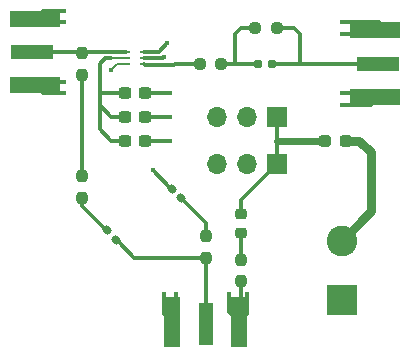
<source format=gbr>
%TF.GenerationSoftware,KiCad,Pcbnew,8.0.2*%
%TF.CreationDate,2025-01-11T01:09:32-03:00*%
%TF.ProjectId,LMH34400,4c4d4833-3434-4303-902e-6b696361645f,rev?*%
%TF.SameCoordinates,Original*%
%TF.FileFunction,Copper,L1,Top*%
%TF.FilePolarity,Positive*%
%FSLAX46Y46*%
G04 Gerber Fmt 4.6, Leading zero omitted, Abs format (unit mm)*
G04 Created by KiCad (PCBNEW 8.0.2) date 2025-01-11 01:09:32*
%MOMM*%
%LPD*%
G01*
G04 APERTURE LIST*
G04 Aperture macros list*
%AMRoundRect*
0 Rectangle with rounded corners*
0 $1 Rounding radius*
0 $2 $3 $4 $5 $6 $7 $8 $9 X,Y pos of 4 corners*
0 Add a 4 corners polygon primitive as box body*
4,1,4,$2,$3,$4,$5,$6,$7,$8,$9,$2,$3,0*
0 Add four circle primitives for the rounded corners*
1,1,$1+$1,$2,$3*
1,1,$1+$1,$4,$5*
1,1,$1+$1,$6,$7*
1,1,$1+$1,$8,$9*
0 Add four rect primitives between the rounded corners*
20,1,$1+$1,$2,$3,$4,$5,0*
20,1,$1+$1,$4,$5,$6,$7,0*
20,1,$1+$1,$6,$7,$8,$9,0*
20,1,$1+$1,$8,$9,$2,$3,0*%
G04 Aperture macros list end*
%TA.AperFunction,SMDPad,CuDef*%
%ADD10RoundRect,0.237500X0.237500X-0.250000X0.237500X0.250000X-0.237500X0.250000X-0.237500X-0.250000X0*%
%TD*%
%TA.AperFunction,ComponentPad*%
%ADD11R,2.600000X2.600000*%
%TD*%
%TA.AperFunction,ComponentPad*%
%ADD12C,2.600000*%
%TD*%
%TA.AperFunction,SMDPad,CuDef*%
%ADD13RoundRect,0.237500X0.287500X0.237500X-0.287500X0.237500X-0.287500X-0.237500X0.287500X-0.237500X0*%
%TD*%
%TA.AperFunction,ComponentPad*%
%ADD14R,1.700000X1.700000*%
%TD*%
%TA.AperFunction,ComponentPad*%
%ADD15O,1.700000X1.700000*%
%TD*%
%TA.AperFunction,SMDPad,CuDef*%
%ADD16R,0.706399X0.229400*%
%TD*%
%TA.AperFunction,SMDPad,CuDef*%
%ADD17RoundRect,0.237500X-0.250000X-0.237500X0.250000X-0.237500X0.250000X0.237500X-0.250000X0.237500X0*%
%TD*%
%TA.AperFunction,SMDPad,CuDef*%
%ADD18RoundRect,0.155000X0.259862X-0.040659X-0.040659X0.259862X-0.259862X0.040659X0.040659X-0.259862X0*%
%TD*%
%TA.AperFunction,SMDPad,CuDef*%
%ADD19RoundRect,0.237500X-0.300000X-0.237500X0.300000X-0.237500X0.300000X0.237500X-0.300000X0.237500X0*%
%TD*%
%TA.AperFunction,SMDPad,CuDef*%
%ADD20RoundRect,0.218750X0.256250X-0.218750X0.256250X0.218750X-0.256250X0.218750X-0.256250X-0.218750X0*%
%TD*%
%TA.AperFunction,SMDPad,CuDef*%
%ADD21R,3.600000X1.270000*%
%TD*%
%TA.AperFunction,SMDPad,CuDef*%
%ADD22R,4.200000X1.350000*%
%TD*%
%TA.AperFunction,SMDPad,CuDef*%
%ADD23RoundRect,0.155000X-0.212500X-0.155000X0.212500X-0.155000X0.212500X0.155000X-0.212500X0.155000X0*%
%TD*%
%TA.AperFunction,SMDPad,CuDef*%
%ADD24R,1.270000X3.600000*%
%TD*%
%TA.AperFunction,SMDPad,CuDef*%
%ADD25R,1.350000X4.200000*%
%TD*%
%TA.AperFunction,SMDPad,CuDef*%
%ADD26RoundRect,0.237500X-0.237500X0.250000X-0.237500X-0.250000X0.237500X-0.250000X0.237500X0.250000X0*%
%TD*%
%TA.AperFunction,ViaPad*%
%ADD27C,0.450000*%
%TD*%
%TA.AperFunction,Conductor*%
%ADD28C,0.349300*%
%TD*%
%TA.AperFunction,Conductor*%
%ADD29C,0.300000*%
%TD*%
%TA.AperFunction,Conductor*%
%ADD30C,0.800000*%
%TD*%
%TA.AperFunction,Conductor*%
%ADD31C,0.600000*%
%TD*%
%TA.AperFunction,Conductor*%
%ADD32C,0.200000*%
%TD*%
G04 APERTURE END LIST*
D10*
%TO.P,JP1,1,A*%
%TO.N,Net-(JP1-A)*%
X113500000Y-69412500D03*
%TO.P,JP1,2,B*%
%TO.N,Net-(J2-In)*%
X113500000Y-67587500D03*
%TD*%
D11*
%TO.P,J3,1,Pin_1*%
%TO.N,GND*%
X135500000Y-88500000D03*
D12*
%TO.P,J3,2,Pin_2*%
%TO.N,Net-(J3-Pin_2)*%
X135500000Y-83500000D03*
%TD*%
D10*
%TO.P,R1,1*%
%TO.N,Net-(J1-In)*%
X124000000Y-84912500D03*
%TO.P,R1,2*%
%TO.N,Net-(C1-Pad1)*%
X124000000Y-83087500D03*
%TD*%
D13*
%TO.P,L1,1*%
%TO.N,Net-(J3-Pin_2)*%
X135875000Y-75000000D03*
%TO.P,L1,2*%
%TO.N,VCC*%
X134125000Y-75000000D03*
%TD*%
D14*
%TO.P,J5,1,Pin_1*%
%TO.N,VCC*%
X130000000Y-73000000D03*
D15*
%TO.P,J5,2,Pin_2*%
%TO.N,Net-(J5-Pin_2)*%
X127460000Y-73000000D03*
%TO.P,J5,3,Pin_3*%
%TO.N,GND*%
X124920000Y-73000000D03*
%TD*%
D16*
%TO.P,U1,1,IN*%
%TO.N,Net-(J2-In)*%
X117202300Y-67500001D03*
%TO.P,U1,2,VDD*%
%TO.N,VCC*%
X117202300Y-68000000D03*
%TO.P,U1,3,\u002AEN*%
%TO.N,Net-(J4-Pin_2)*%
X117202300Y-68499999D03*
%TO.P,U1,4,OUT*%
%TO.N,Net-(U1-OUT)*%
X118797700Y-68499999D03*
%TO.P,U1,5,GND*%
%TO.N,GND*%
X118797700Y-68000000D03*
%TO.P,U1,6,\u002AIDC_EN*%
%TO.N,Net-(J5-Pin_2)*%
X118797700Y-67500001D03*
%TD*%
D14*
%TO.P,J4,1,Pin_1*%
%TO.N,VCC*%
X130000000Y-77000000D03*
D15*
%TO.P,J4,2,Pin_2*%
%TO.N,Net-(J4-Pin_2)*%
X127460000Y-77000000D03*
%TO.P,J4,3,Pin_3*%
%TO.N,GND*%
X124920000Y-77000000D03*
%TD*%
D17*
%TO.P,R4,1*%
%TO.N,Net-(U1-OUT)*%
X123487500Y-68500000D03*
%TO.P,R4,2*%
%TO.N,Net-(C6-Pad1)*%
X125312500Y-68500000D03*
%TD*%
D18*
%TO.P,C1,1*%
%TO.N,Net-(C1-Pad1)*%
X121901283Y-79901283D03*
%TO.P,C1,2*%
%TO.N,GND*%
X121098717Y-79098717D03*
%TD*%
D19*
%TO.P,C4,1*%
%TO.N,VCC*%
X117137500Y-73000000D03*
%TO.P,C4,2*%
%TO.N,GND*%
X118862500Y-73000000D03*
%TD*%
%TO.P,C3,1*%
%TO.N,VCC*%
X117137500Y-75000000D03*
%TO.P,C3,2*%
%TO.N,GND*%
X118862500Y-75000000D03*
%TD*%
D17*
%TO.P,R5,1*%
%TO.N,Net-(C6-Pad1)*%
X128175000Y-65500000D03*
%TO.P,R5,2*%
%TO.N,Net-(J6-In)*%
X130000000Y-65500000D03*
%TD*%
D20*
%TO.P,D1,1,K*%
%TO.N,Net-(D1-K)*%
X127000000Y-82787500D03*
%TO.P,D1,2,A*%
%TO.N,VCC*%
X127000000Y-81212500D03*
%TD*%
D21*
%TO.P,J2,1,In*%
%TO.N,Net-(J2-In)*%
X109300000Y-67500000D03*
D22*
%TO.P,J2,2,Ext*%
%TO.N,GND*%
X109500000Y-64675000D03*
X109500000Y-70325000D03*
%TD*%
D23*
%TO.P,C6,1*%
%TO.N,Net-(C6-Pad1)*%
X128432500Y-68500000D03*
%TO.P,C6,2*%
%TO.N,Net-(J6-In)*%
X129567500Y-68500000D03*
%TD*%
D21*
%TO.P,J6,1,In*%
%TO.N,Net-(J6-In)*%
X138537500Y-68500000D03*
D22*
%TO.P,J6,2,Ext*%
%TO.N,GND*%
X138337500Y-71325000D03*
X138337500Y-65675000D03*
%TD*%
D19*
%TO.P,C5,1*%
%TO.N,VCC*%
X117137500Y-71000000D03*
%TO.P,C5,2*%
%TO.N,GND*%
X118862500Y-71000000D03*
%TD*%
D18*
%TO.P,C2,1*%
%TO.N,Net-(J1-In)*%
X116401283Y-83401283D03*
%TO.P,C2,2*%
%TO.N,Net-(C2-Pad2)*%
X115598717Y-82598717D03*
%TD*%
D10*
%TO.P,R2,1*%
%TO.N,Net-(C2-Pad2)*%
X113500000Y-79825000D03*
%TO.P,R2,2*%
%TO.N,Net-(JP1-A)*%
X113500000Y-78000000D03*
%TD*%
D24*
%TO.P,J1,1,In*%
%TO.N,Net-(J1-In)*%
X124000000Y-90537500D03*
D25*
%TO.P,J1,2,Ext*%
%TO.N,GND*%
X121175000Y-90337500D03*
X126825000Y-90337500D03*
%TD*%
D26*
%TO.P,R3,1*%
%TO.N,Net-(D1-K)*%
X127000000Y-85087500D03*
%TO.P,R3,2*%
%TO.N,GND*%
X127000000Y-86912500D03*
%TD*%
D27*
%TO.N,GND*%
X135500000Y-71000000D03*
X120500000Y-88000000D03*
X120500003Y-67916096D03*
X121000000Y-71000000D03*
X135500000Y-66000000D03*
X112000000Y-71000000D03*
X121500000Y-88000000D03*
X135500000Y-72000000D03*
X112000000Y-70000000D03*
X126000000Y-88000000D03*
X112000000Y-65000000D03*
X119500000Y-77500000D03*
X127500000Y-88000000D03*
X112000000Y-64000000D03*
X135500000Y-65000000D03*
X121000000Y-73000000D03*
X121000000Y-75000000D03*
%TO.N,VCC*%
X115000000Y-72000000D03*
%TO.N,Net-(J4-Pin_2)*%
X116000000Y-69000000D03*
%TO.N,Net-(J5-Pin_2)*%
X120750000Y-66750000D03*
%TD*%
D28*
%TO.N,GND*%
X121500000Y-88000000D02*
X121500000Y-90012500D01*
X139012500Y-66000000D02*
X139337500Y-65675000D01*
X120416099Y-68000000D02*
X120500003Y-67916096D01*
X118862500Y-75000000D02*
X121000000Y-75000000D01*
X126000000Y-89512500D02*
X126825000Y-90337500D01*
X110175000Y-64000000D02*
X112000000Y-64000000D01*
D29*
X119758030Y-68000000D02*
X118797700Y-68000000D01*
D28*
X127500000Y-89662500D02*
X126825000Y-90337500D01*
X127000000Y-90162500D02*
X126825000Y-90337500D01*
D29*
X119782681Y-68024651D02*
X119758030Y-68000000D01*
D28*
X120500000Y-89662500D02*
X120500000Y-88000000D01*
X109500000Y-64675000D02*
X109825000Y-65000000D01*
X109500000Y-70325000D02*
X109825000Y-70000000D01*
X119500000Y-77500000D02*
X120890120Y-78890120D01*
X121500000Y-90012500D02*
X121175000Y-90337500D01*
X118862501Y-71000000D02*
X121000000Y-71000000D01*
X121175000Y-90337500D02*
X120500000Y-89662500D01*
X110175000Y-71000000D02*
X112000000Y-71000000D01*
X109825000Y-65000000D02*
X112000000Y-65000000D01*
D29*
X120300000Y-68000000D02*
X120275349Y-68024651D01*
D28*
X139012500Y-71000000D02*
X138012500Y-72000000D01*
X109500000Y-64675000D02*
X110175000Y-64000000D01*
X118862501Y-73000000D02*
X121000000Y-73000000D01*
X109500000Y-70325000D02*
X110175000Y-71000000D01*
X135500000Y-71000000D02*
X139012500Y-71000000D01*
X126000000Y-88000000D02*
X126000000Y-89512500D01*
X138662500Y-65000000D02*
X135500000Y-65000000D01*
X139337500Y-65675000D02*
X138662500Y-65000000D01*
D29*
X120275349Y-68024651D02*
X119782681Y-68024651D01*
D28*
X127000000Y-86912500D02*
X127000000Y-90162500D01*
X138012500Y-72000000D02*
X135500000Y-72000000D01*
X135500000Y-66000000D02*
X139012500Y-66000000D01*
X127500000Y-88000000D02*
X127500000Y-89662500D01*
X109825000Y-70000000D02*
X112000000Y-70000000D01*
D29*
%TO.N,Net-(U1-OUT)*%
X118872702Y-68575001D02*
X121324999Y-68575001D01*
X121324999Y-68575001D02*
X121400000Y-68500000D01*
D28*
X121400000Y-68500000D02*
X123487500Y-68500000D01*
D29*
X118797700Y-68499999D02*
X118872702Y-68575001D01*
D30*
%TO.N,Net-(J3-Pin_2)*%
X138000000Y-76000000D02*
X137000000Y-75000000D01*
X137000000Y-75000000D02*
X135874999Y-75000000D01*
X135500000Y-83500000D02*
X138000000Y-81000000D01*
X138000000Y-81000000D02*
X138000000Y-76000000D01*
D31*
%TO.N,VCC*%
X130000000Y-75000000D02*
X134125001Y-75000000D01*
D28*
X115000000Y-72000000D02*
X115000000Y-68500000D01*
X116000000Y-73000000D02*
X117137499Y-73000000D01*
X130000000Y-77000000D02*
X130000000Y-75000000D01*
X115000000Y-71000000D02*
X117137499Y-71000000D01*
X115000000Y-68500000D02*
X115450700Y-68049300D01*
X115000000Y-72000000D02*
X116000000Y-73000000D01*
X115000000Y-74000000D02*
X115000000Y-72000000D01*
X127000000Y-80000000D02*
X130000000Y-77000000D01*
X115450700Y-68049300D02*
X116000000Y-68049300D01*
X117137500Y-75000000D02*
X116000000Y-75000000D01*
D32*
X117202300Y-68000000D02*
X116049300Y-68000000D01*
D28*
X127000000Y-81212500D02*
X127000000Y-80000000D01*
X130000000Y-75000000D02*
X130000000Y-73000000D01*
X116000000Y-75000000D02*
X115000000Y-74000000D01*
D32*
X116049300Y-68000000D02*
X116000000Y-68049300D01*
D28*
%TO.N,Net-(J1-In)*%
X117912500Y-84912500D02*
X124000000Y-84912500D01*
X116609880Y-83609880D02*
X117912500Y-84912500D01*
X124000000Y-90090000D02*
X124000000Y-84912500D01*
%TO.N,Net-(C1-Pad1)*%
X124000000Y-83087500D02*
X124000000Y-82000000D01*
X124000000Y-82000000D02*
X122109880Y-80109880D01*
%TO.N,Net-(C2-Pad2)*%
X113500000Y-80500000D02*
X113500000Y-79825000D01*
X115390120Y-82390120D02*
X113500000Y-80500000D01*
%TO.N,Net-(J6-In)*%
X132000000Y-68500000D02*
X138537499Y-68500000D01*
X129862500Y-68500000D02*
X132000000Y-68500000D01*
X131500000Y-65500000D02*
X132000000Y-66000000D01*
X132000000Y-66000000D02*
X132000000Y-68500000D01*
X130500000Y-65500000D02*
X131500000Y-65500000D01*
%TO.N,Net-(C6-Pad1)*%
X125312500Y-68500000D02*
X126500000Y-68500000D01*
X126500000Y-68500000D02*
X126500000Y-66000000D01*
X127000000Y-65500000D02*
X128175000Y-65500000D01*
X126500000Y-66000000D02*
X127000000Y-65500000D01*
X126500000Y-68500000D02*
X128137500Y-68500000D01*
D29*
%TO.N,Net-(J2-In)*%
X116000000Y-67500001D02*
X117202300Y-67500001D01*
D28*
X109800000Y-67500000D02*
X109800001Y-67500001D01*
X109800001Y-67500001D02*
X113412501Y-67500001D01*
X113587499Y-67500001D02*
X116000000Y-67500001D01*
%TO.N,Net-(J4-Pin_2)*%
X116000000Y-69000000D02*
X115999999Y-69000001D01*
D32*
X116500001Y-68499999D02*
X115999999Y-69000001D01*
X117202300Y-68499999D02*
X116500001Y-68499999D01*
D29*
%TO.N,Net-(J5-Pin_2)*%
X119999999Y-67500001D02*
X118797700Y-67500001D01*
D28*
X120750000Y-66750000D02*
X119999999Y-67500001D01*
%TO.N,Net-(JP1-A)*%
X113500000Y-78000000D02*
X113500000Y-69412500D01*
%TO.N,Net-(D1-K)*%
X127000000Y-85087500D02*
X127000000Y-82750000D01*
%TD*%
M02*

</source>
